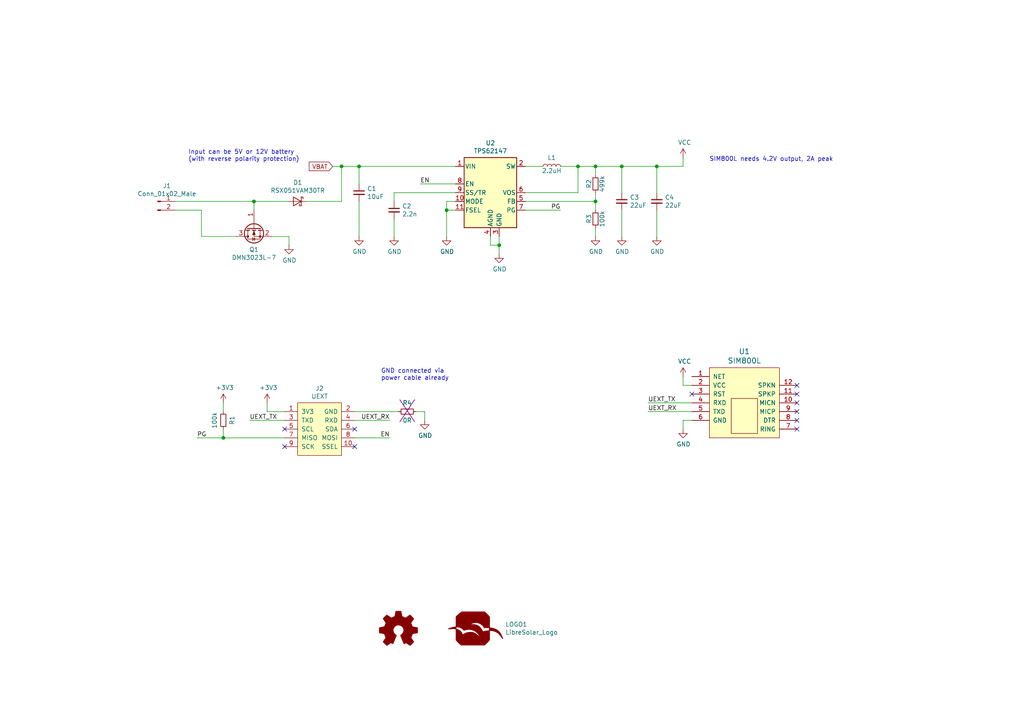
<source format=kicad_sch>
(kicad_sch (version 20230121) (generator eeschema)
  (paper "A4")
  (title_block (title "SIM800L to UEXT Adapter") (date "2018-10-24") (rev "0.1") (company "Connected Energy Ltd.") (comment 1 "Author: Jordan Silverman, Martin Jäger"))
  (lib_symbols
    (symbol "Device:Q_NMOS_GSD" (pin_names (offset 0) hide)
      (property "Reference" "Q" (at 5.08 1.27 0))
      (property "Value" "Q_NMOS_GSD" (at 5.08 -1.27 0))
      (symbol "Q_NMOS_GSD_1_1"
        (pin input line (at -5.08 0 0) (length 2.54) (name "G") (number "1"))
        (pin passive line (at 2.54 -5.08 90) (length 2.54) (name "S") (number "2"))
        (pin passive line (at 2.54 5.08 270) (length 2.54) (name "D") (number "3"))
      )
    )
    (symbol "Graphic:Logo_Open_Hardware_Small" (in_bom no) (on_board no))
    (symbol "Project:SIM800L" (pin_names (offset 1.016))
      (property "Reference" "U" (at 0 -11.43 0))
      (property "Value" "SIM800L" (at 0 11.43 0))
      (symbol "SIM800L_1_1"
        (pin input line (at -15.24 7.62 0) (length 5.08) (name "NET") (number "1"))
        (pin input line (at 15.24 0 180) (length 5.08) (name "MICN") (number "10"))
        (pin input line (at 15.24 2.54 180) (length 5.08) (name "SPKP") (number "11"))
        (pin input line (at 15.24 5.08 180) (length 5.08) (name "SPKN") (number "12"))
        (pin power_in line (at -15.24 5.08 0) (length 5.08) (name "VCC") (number "2"))
        (pin input line (at -15.24 2.54 0) (length 5.08) (name "RST") (number "3"))
        (pin input line (at -15.24 0 0) (length 5.08) (name "RXD") (number "4"))
        (pin output line (at -15.24 -2.54 0) (length 5.08) (name "TXD") (number "5"))
        (pin power_out line (at -15.24 -5.08 0) (length 5.08) (name "GND") (number "6"))
        (pin input line (at 15.24 -7.62 180) (length 5.08) (name "RING") (number "7"))
        (pin input line (at 15.24 -5.08 180) (length 5.08) (name "DTR") (number "8"))
        (pin input line (at 15.24 -2.54 180) (length 5.08) (name "MICP") (number "9"))
      )
    )
    (symbol "UEXT_GSM-rescue:C-LibreSolar" (pin_numbers hide) (pin_names (offset 0.254) hide)
      (property "Reference" "C" (at 0.635 1.905 0))
      (property "Value" "LibreSolar:C" (at 0.635 -1.905 0))
      (symbol "C-LibreSolar_1_1"
        (pin passive line (at 0 2.54 270) (length 1.905) (name "~") (number "1"))
        (pin passive line (at 0 -2.54 90) (length 2.032) (name "~") (number "2"))
      )
    )
    (symbol "UEXT_GSM-rescue:Conn_01x02_Male-Connector" (pin_names (offset 1.016) hide)
      (property "Reference" "J" (at 0 2.54 0))
      (property "Value" "Connector:Conn_01x02_Male" (at 0 -5.08 0))
      (symbol "Conn_01x02_Male-Connector_1_1"
        (pin passive line (at 5.08 0 180) (length 3.81) (name "Pin_1") (number "1"))
        (pin passive line (at 5.08 -2.54 180) (length 3.81) (name "Pin_2") (number "2"))
      )
    )
    (symbol "UEXT_GSM-rescue:D_Schottky-LibreSolar" (pin_numbers hide) (pin_names (offset 0.254) hide)
      (property "Reference" "D" (at 0 2.54 0))
      (property "Value" "LibreSolar:D_Schottky" (at 0 -2.54 0))
      (symbol "D_Schottky-LibreSolar_1_1"
        (pin passive line (at -2.54 0 0) (length 1.27) (name "K") (number "1"))
        (pin passive line (at 2.54 0 180) (length 1.27) (name "A") (number "2"))
      )
    )
    (symbol "UEXT_GSM-rescue:L-LibreSolar" (pin_numbers hide) (pin_names (offset 0.254) hide)
      (property "Reference" "L" (at 0 1.778 0))
      (property "Value" "LibreSolar:L" (at 0 -1.27 0))
      (symbol "L-LibreSolar_1_1"
        (pin passive line (at -2.54 0 0) (length 0) (name "~") (number "1"))
        (pin passive line (at 2.54 0 180) (length 0) (name "~") (number "2"))
      )
    )
    (symbol "UEXT_GSM-rescue:LibreSolar_Logo-LibreSolar" (pin_numbers hide) (pin_names (offset 1.016) hide)
      (property "Reference" "LOGO" (at 0 6.985 0))
      (property "Value" "LibreSolar:LibreSolar_Logo" (at 0 -5.715 0))
    )
    (symbol "UEXT_GSM-rescue:R-LibreSolar" (pin_numbers hide) (pin_names (offset 0.254) hide)
      (property "Reference" "R" (at -1.905 0 90))
      (property "Value" "LibreSolar:R" (at 1.905 0 90))
      (symbol "R-LibreSolar_1_1"
        (pin passive line (at 0 2.54 270) (length 0.762) (name "~") (number "1"))
        (pin passive line (at 0 -2.54 90) (length 0.762) (name "~") (number "2"))
      )
    )
    (symbol "UEXT_GSM-rescue:TPS62147-LibreSolar" (pin_names (offset 0.254))
      (property "Reference" "U" (at -7.62 11.43 0))
      (property "Value" "LibreSolar:TPS62147" (at -2.54 11.43 0))
      (symbol "TPS62147-LibreSolar_1_1"
        (pin power_in line (at -10.16 7.62 0) (length 2.54) (name "VIN") (number "1"))
        (pin input line (at -10.16 -2.54 0) (length 2.54) (name "MODE") (number "10"))
        (pin input line (at -10.16 -5.08 0) (length 2.54) (name "FSEL") (number "11"))
        (pin output line (at 10.16 7.62 180) (length 2.54) (name "SW") (number "2"))
        (pin power_in line (at 2.54 -12.7 90) (length 2.54) (name "GND") (number "3"))
        (pin power_in line (at 0 -12.7 90) (length 2.54) (name "AGND") (number "4"))
        (pin input line (at 10.16 -2.54 180) (length 2.54) (name "FB") (number "5"))
        (pin input line (at 10.16 0 180) (length 2.54) (name "VOS") (number "6"))
        (pin open_collector line (at 10.16 -5.08 180) (length 2.54) (name "PG") (number "7"))
        (pin input line (at -10.16 2.54 0) (length 2.54) (name "EN") (number "8"))
        (pin input line (at -10.16 0 0) (length 2.54) (name "SS/TR") (number "9"))
      )
    )
    (symbol "UEXT_GSM-rescue:UEXT-LibreSolar" (pin_names (offset 1.016))
      (property "Reference" "J" (at -6.35 8.89 0))
      (property "Value" "LibreSolar:UEXT" (at 6.35 8.89 0))
      (symbol "UEXT-LibreSolar_0_0"
        (pin passive line (at 10.16 2.54 180) (length 3.81) (name "RXD") (number "4"))
      )
      (symbol "UEXT-LibreSolar_1_1"
        (pin passive line (at -10.16 5.08 0) (length 3.81) (name "3V3") (number "1"))
        (pin passive line (at 10.16 -5.08 180) (length 3.81) (name "SSEL") (number "10"))
        (pin passive line (at 10.16 5.08 180) (length 3.81) (name "GND") (number "2"))
        (pin passive line (at -10.16 2.54 0) (length 3.81) (name "TXD") (number "3"))
        (pin passive line (at -10.16 0 0) (length 3.81) (name "SCL") (number "5"))
        (pin passive line (at 10.16 0 180) (length 3.81) (name "SDA") (number "6"))
        (pin passive line (at -10.16 -2.54 0) (length 3.81) (name "MISO") (number "7"))
        (pin passive line (at 10.16 -2.54 180) (length 3.81) (name "MOSI") (number "8"))
        (pin passive line (at -10.16 -5.08 0) (length 3.81) (name "SCK") (number "9"))
      )
    )
    (symbol "power:+3V3" (power) (pin_names (offset 0))
      (property "Value" "+3V3" (at 0 3.556 0))
      (symbol "+3V3_1_1"
        (pin power_in line (at 0 0 90) (length 0) hide (name "+3V3") (number "1"))
      )
    )
    (symbol "power:GND" (power) (pin_names (offset 0))
      (property "Value" "GND" (at 0 -3.81 0))
      (symbol "GND_1_1"
        (pin power_in line (at 0 0 270) (length 0) hide (name "GND") (number "1"))
      )
    )
    (symbol "power:VCC" (power) (pin_names (offset 0))
      (property "Value" "VCC" (at 0 3.81 0))
      (symbol "VCC_1_1"
        (pin power_in line (at 0 0 90) (length 0) hide (name "VCC") (number "1"))
      )
    )
  )
  (junction (at 172.72 48.26))
  (junction (at 172.72 58.42))
  (junction (at 167.64 48.26))
  (junction (at 99.06 48.26))
  (junction (at 64.77 127))
  (junction (at 73.66 58.42))
  (junction (at 190.5 48.26))
  (junction (at 180.34 48.26))
  (junction (at 144.78 71.12))
  (junction (at 129.54 60.96))
  (junction (at 104.14 48.26))
  (no_connect (at 82.55 124.46))
  (no_connect (at 102.87 124.46))
  (no_connect (at 231.14 114.3))
  (no_connect (at 200.66 114.3))
  (no_connect (at 231.14 111.76))
  (no_connect (at 82.55 129.54))
  (no_connect (at 231.14 119.38))
  (no_connect (at 102.87 129.54))
  (no_connect (at 231.14 116.84))
  (no_connect (at 231.14 124.46))
  (no_connect (at 231.14 121.92))
  (wire (pts (xy 58.42 68.58) (xy 58.42 60.96)))
  (wire (pts (xy 167.64 48.26) (xy 172.72 48.26)))
  (wire (pts (xy 172.72 55.88) (xy 172.72 58.42)))
  (wire (pts (xy 73.66 58.42) (xy 83.82 58.42)))
  (wire (pts (xy 83.82 68.58) (xy 78.74 68.58)))
  (wire (pts (xy 152.4 60.96) (xy 162.56 60.96)))
  (wire (pts (xy 77.47 119.38) (xy 77.47 116.84)))
  (wire (pts (xy 190.5 48.26) (xy 198.12 48.26)))
  (wire (pts (xy 180.34 60.96) (xy 180.34 68.58)))
  (wire (pts (xy 152.4 48.26) (xy 157.48 48.26)))
  (wire (pts (xy 99.06 58.42) (xy 99.06 48.26)))
  (wire (pts (xy 152.4 55.88) (xy 167.64 55.88)))
  (wire (pts (xy 104.14 48.26) (xy 104.14 53.34)))
  (wire (pts (xy 83.82 71.12) (xy 83.82 68.58)))
  (wire (pts (xy 200.66 111.76) (xy 198.12 111.76)))
  (wire (pts (xy 200.66 121.92) (xy 198.12 121.92)))
  (wire (pts (xy 73.66 58.42) (xy 73.66 60.96)))
  (wire (pts (xy 132.08 48.26) (xy 104.14 48.26)))
  (wire (pts (xy 114.3 55.88) (xy 114.3 58.42)))
  (wire (pts (xy 190.5 60.96) (xy 190.5 68.58)))
  (wire (pts (xy 64.77 124.46) (xy 64.77 127)))
  (wire (pts (xy 144.78 71.12) (xy 144.78 73.66)))
  (wire (pts (xy 132.08 53.34) (xy 121.92 53.34)))
  (wire (pts (xy 104.14 48.26) (xy 99.06 48.26)))
  (wire (pts (xy 123.19 119.38) (xy 123.19 121.92)))
  (wire (pts (xy 172.72 66.04) (xy 172.72 68.58)))
  (wire (pts (xy 102.87 121.92) (xy 113.03 121.92)))
  (wire (pts (xy 132.08 58.42) (xy 129.54 58.42)))
  (wire (pts (xy 200.66 116.84) (xy 187.96 116.84)))
  (wire (pts (xy 102.87 127) (xy 113.03 127)))
  (wire (pts (xy 172.72 48.26) (xy 172.72 50.8)))
  (wire (pts (xy 172.72 48.26) (xy 180.34 48.26)))
  (wire (pts (xy 64.77 127) (xy 57.15 127)))
  (wire (pts (xy 144.78 71.12) (xy 144.78 68.58)))
  (wire (pts (xy 167.64 55.88) (xy 167.64 48.26)))
  (wire (pts (xy 172.72 58.42) (xy 172.72 60.96)))
  (wire (pts (xy 180.34 48.26) (xy 180.34 55.88)))
  (wire (pts (xy 88.9 58.42) (xy 99.06 58.42)))
  (wire (pts (xy 82.55 127) (xy 64.77 127)))
  (wire (pts (xy 142.24 71.12) (xy 144.78 71.12)))
  (wire (pts (xy 152.4 58.42) (xy 172.72 58.42)))
  (wire (pts (xy 132.08 60.96) (xy 129.54 60.96)))
  (wire (pts (xy 114.3 63.5) (xy 114.3 68.58)))
  (wire (pts (xy 50.8 58.42) (xy 73.66 58.42)))
  (wire (pts (xy 64.77 116.84) (xy 64.77 119.38)))
  (wire (pts (xy 198.12 111.76) (xy 198.12 109.22)))
  (wire (pts (xy 129.54 60.96) (xy 129.54 68.58)))
  (wire (pts (xy 99.06 48.26) (xy 96.52 48.26)))
  (wire (pts (xy 198.12 121.92) (xy 198.12 124.46)))
  (wire (pts (xy 142.24 68.58) (xy 142.24 71.12)))
  (wire (pts (xy 180.34 48.26) (xy 190.5 48.26)))
  (wire (pts (xy 82.55 121.92) (xy 72.39 121.92)))
  (wire (pts (xy 129.54 58.42) (xy 129.54 60.96)))
  (wire (pts (xy 82.55 119.38) (xy 77.47 119.38)))
  (wire (pts (xy 132.08 55.88) (xy 114.3 55.88)))
  (wire (pts (xy 200.66 119.38) (xy 187.96 119.38)))
  (wire (pts (xy 68.58 68.58) (xy 58.42 68.58)))
  (wire (pts (xy 198.12 48.26) (xy 198.12 45.72)))
  (wire (pts (xy 162.56 48.26) (xy 167.64 48.26)))
  (wire (pts (xy 120.65 119.38) (xy 123.19 119.38)))
  (wire (pts (xy 104.14 58.42) (xy 104.14 68.58)))
  (wire (pts (xy 190.5 48.26) (xy 190.5 55.88)))
  (wire (pts (xy 58.42 60.96) (xy 50.8 60.96)))
  (wire (pts (xy 115.57 119.38) (xy 102.87 119.38)))
  (text "GND connected via \npower cable already" (at 110.49 110.49 0) (effects (font (size 1.27 1.27)) (justify left bottom)))
  (text "Input can be 5V or 12V battery\n(with reverse polarity protection)" (at 54.61 46.99 0) (effects (font (size 1.27 1.27)) (justify left bottom)))
  (text "SIM800L needs 4.2V output, 2A peak" (at 205.74 46.99 0) (effects (font (size 1.27 1.27)) (justify left bottom)))
  (label "EN" (at 113.03 127 180))
  (label "PG" (at 57.15 127 0))
  (label "UEXT_RX" (at 113.03 121.92 180))
  (label "UEXT_TX" (at 72.39 121.92 0))
  (label "PG" (at 162.56 60.96 180))
  (label "UEXT_TX" (at 187.96 116.84 0))
  (label "EN" (at 121.92 53.34 0))
  (label "UEXT_RX" (at 187.96 119.38 0))
  (global_label "VBAT" (shape input) (at 96.52 48.26 180) (property "Intersheetrefs" "${INTERSHEET_REFS}" (effects hide)))
  (symbol (lib_id "UEXT_GSM-rescue:UEXT-LibreSolar") (at 92.71 124.46 0) (unit 1)
    (property "Reference" "J2" (at 92.71 112.649 0))
    (property "Value" "UEXT" (at 92.71 114.9604 0))
    (property "Footprint" "Connector_PinSocket_2.54mm:PinSocket_2x05_P2.54mm_Vertical" (effects hide))
    (property "Datasheet" "http://wppro.com/content/de/produkte/buchsenleisten/raster-2_54mm/product/157b.pdf" (effects hide))
    (property "Manufacturer" "W+P" (effects hide))
    (property "PartNumber" "157B-05-2-00" (effects hide))
  )
  (symbol (lib_id "UEXT_GSM-rescue:C-LibreSolar") (at 180.34 58.42 0) (unit 1)
    (property "Reference" "C3" (at 182.6768 57.2516 0) (effects (justify left)))
    (property "Value" "22uF" (at 182.6768 59.563 0) (effects (justify left)))
    (property "Footprint" "LibreSolar:C_0805_2012" (effects hide))
    (property "Manufacturer" "Tayo Yuden" (effects hide))
    (property "PartNumber" "LMK212BBJ226MG-T" (effects hide))
    (property "Remarks" "minimum 10V, X5R" (effects hide))
  )
  (symbol (lib_id "UEXT_GSM-rescue:C-LibreSolar") (at 114.3 60.96 0) (unit 1)
    (property "Reference" "C2" (at 116.6368 59.7916 0) (effects (justify left)))
    (property "Value" "2.2n" (at 116.6368 62.103 0) (effects (justify left)))
    (property "Footprint" "LibreSolar:C_0603_1608" (effects hide))
    (property "Manufacturer" "Würth" (effects hide))
    (property "PartNumber" "885012206085" (effects hide))
    (property "Remarks" "minimum 10V, X5R" (effects hide))
  )
  (symbol (lib_id "power:GND") (at 198.12 124.46 0) (unit 1)
    (property "Reference" "#PWR04" (effects hide))
    (property "Value" "GND" (at 198.247 128.8542 0))
  )
  (symbol (lib_id "power:+3V3") (at 77.47 116.84 0) (unit 1)
    (property "Reference" "#PWR08" (effects hide))
    (property "Value" "+3V3" (at 77.851 112.4458 0))
  )
  (symbol (lib_id "power:GND") (at 180.34 68.58 0) (unit 1)
    (property "Reference" "#PWR03" (effects hide))
    (property "Value" "GND" (at 180.467 72.9742 0))
  )
  (symbol (lib_id "Project:SIM800L") (at 215.9 116.84 0) (unit 1)
    (property "Reference" "U1" (at 215.9 101.9302 0) (effects (font (size 1.524 1.524))))
    (property "Value" "SIM800L" (at 215.9 104.6226 0) (effects (font (size 1.524 1.524))))
    (property "Footprint" "LibreSolar:Sim800L" (effects hide))
  )
  (symbol (lib_id "power:VCC") (at 198.12 109.22 0) (unit 1)
    (property "Reference" "#PWR0101" (effects hide))
    (property "Value" "VCC" (at 198.5518 104.8258 0))
  )
  (symbol (lib_id "UEXT_GSM-rescue:TPS62147-LibreSolar") (at 142.24 55.88 0) (unit 1)
    (property "Reference" "U2" (at 142.24 41.4782 0))
    (property "Value" "TPS62147" (at 142.24 43.7896 0))
    (property "Footprint" "LibreSolar:VQFN_RGX0011A" (effects hide))
    (property "Manufacturer" "Texas Instruments" (effects hide))
    (property "PartNumber" "TPS62147RGXR" (effects hide))
  )
  (symbol (lib_id "UEXT_GSM-rescue:L-LibreSolar") (at 160.02 48.26 0) (unit 1)
    (property "Reference" "L1" (at 160.02 45.72 0))
    (property "Value" "2.2uH" (at 160.02 49.53 0))
    (property "Footprint" "Inductor_SMD:L_Coilcraft_XxL4020" (effects hide))
    (property "Manufacturer" "Coilcraft" (effects hide))
    (property "PartNumber" "XFL4020-222" (effects hide))
  )
  (symbol (lib_id "UEXT_GSM-rescue:R-LibreSolar") (at 64.77 121.92 180) (unit 1)
    (property "Reference" "R1" (at 67.31 121.92 90))
    (property "Value" "100k" (at 62.23 121.92 90))
    (property "Footprint" "LibreSolar:R_0603_1608" (effects hide))
    (property "Manufacturer" "Yageo" (effects hide))
    (property "PartNumber" "RC0603FR-07100KL" (effects hide))
  )
  (symbol (lib_id "UEXT_GSM-rescue:R-LibreSolar") (at 172.72 53.34 0) (unit 1)
    (property "Reference" "R2" (at 170.815 53.34 90))
    (property "Value" "499k" (at 174.625 53.34 90))
    (property "Footprint" "LibreSolar:R_0603_1608" (effects hide))
    (property "Manufacturer" "Yageo" (effects hide))
    (property "PartNumber" "RC0603FR-07499KL" (effects hide))
  )
  (symbol (lib_id "UEXT_GSM-rescue:R-LibreSolar") (at 172.72 63.5 0) (unit 1)
    (property "Reference" "R3" (at 170.815 63.5 90))
    (property "Value" "100k" (at 174.625 63.5 90))
    (property "Footprint" "LibreSolar:R_0603_1608" (effects hide))
    (property "Manufacturer" "Yageo" (effects hide))
    (property "PartNumber" "RC0603FR-07100KL" (effects hide))
  )
  (symbol (lib_id "UEXT_GSM-rescue:C-LibreSolar") (at 190.5 58.42 0) (unit 1)
    (property "Reference" "C4" (at 192.8368 57.2516 0) (effects (justify left)))
    (property "Value" "22uF" (at 192.8368 59.563 0) (effects (justify left)))
    (property "Footprint" "LibreSolar:C_0805_2012" (effects hide))
    (property "Manufacturer" "Tayo Yuden" (effects hide))
    (property "PartNumber" "LMK212BBJ226MG-T" (effects hide))
    (property "Remarks" "minimum 10V, X5R" (effects hide))
  )
  (symbol (lib_id "power:GND") (at 190.5 68.58 0) (unit 1)
    (property "Reference" "#PWR0102" (effects hide))
    (property "Value" "GND" (at 190.627 72.9742 0))
  )
  (symbol (lib_id "power:GND") (at 172.72 68.58 0) (unit 1)
    (property "Reference" "#PWR0103" (effects hide))
    (property "Value" "GND" (at 172.847 72.9742 0))
  )
  (symbol (lib_id "Device:Q_NMOS_GSD") (at 73.66 66.04 90) (mirror x) (unit 1)
    (property "Reference" "Q1" (at 73.66 72.39 90))
    (property "Value" "DMN3023L-7" (at 73.66 74.7014 90))
    (property "Footprint" "LibreSolar:SOT-23" (effects hide))
    (property "Manufacturer" "Diodes Incorporated" (effects hide))
    (property "PartNumber" "DMN3023L-7" (effects hide))
  )
  (symbol (lib_id "UEXT_GSM-rescue:C-LibreSolar") (at 104.14 55.88 0) (unit 1)
    (property "Reference" "C1" (at 106.4768 54.7116 0) (effects (justify left)))
    (property "Value" "10uF" (at 106.4768 57.023 0) (effects (justify left)))
    (property "Footprint" "LibreSolar:C_0805_2012" (effects hide))
    (property "Manufacturer" "Murata" (effects hide))
    (property "PartNumber" "GRM21BC71E106KE11L" (effects hide))
    (property "Remarks" "Alternative: TDK C2012X5R1E106K085AC" (effects hide))
  )
  (symbol (lib_id "power:GND") (at 104.14 68.58 0) (unit 1)
    (property "Reference" "#PWR0104" (effects hide))
    (property "Value" "GND" (at 104.267 72.9742 0))
  )
  (symbol (lib_id "power:GND") (at 114.3 68.58 0) (unit 1)
    (property "Reference" "#PWR0105" (effects hide))
    (property "Value" "GND" (at 114.427 72.9742 0))
  )
  (symbol (lib_id "power:GND") (at 129.54 68.58 0) (unit 1)
    (property "Reference" "#PWR0106" (effects hide))
    (property "Value" "GND" (at 129.667 72.9742 0))
  )
  (symbol (lib_id "power:GND") (at 144.78 73.66 0) (unit 1)
    (property "Reference" "#PWR0107" (effects hide))
    (property "Value" "GND" (at 144.907 78.0542 0))
  )
  (symbol (lib_id "power:VCC") (at 198.12 45.72 0) (unit 1)
    (property "Reference" "#PWR0108" (effects hide))
    (property "Value" "VCC" (at 198.5518 41.3258 0))
  )
  (symbol (lib_id "UEXT_GSM-rescue:Conn_01x02_Male-Connector") (at 45.72 58.42 0) (unit 1)
    (property "Reference" "J1" (at 48.4124 53.8988 0))
    (property "Value" "Conn_01x02_Male" (at 48.4124 56.2102 0))
    (property "Footprint" "Connector_JST:JST_XH_B02B-XH-A_1x02_P2.50mm_Vertical" (effects hide))
    (property "DNP" "X" (effects hide))
  )
  (symbol (lib_id "power:GND") (at 83.82 71.12 0) (unit 1)
    (property "Reference" "#PWR0109" (effects hide))
    (property "Value" "GND" (at 83.947 75.5142 0))
  )
  (symbol (lib_id "UEXT_GSM-rescue:D_Schottky-LibreSolar") (at 86.36 58.42 180) (unit 1)
    (property "Reference" "D1" (at 86.36 52.9336 0))
    (property "Value" "RSX051VAM30TR" (at 86.36 55.245 0))
    (property "Footprint" "Diode_SMD:D_TUMD2" (effects hide))
    (property "Manufacturer" "ROHM" (effects hide))
    (property "PartNumber" "RSX051VAM30TR" (effects hide))
  )
  (symbol (lib_id "power:+3V3") (at 64.77 116.84 0) (unit 1)
    (property "Reference" "#PWR0110" (effects hide))
    (property "Value" "+3V3" (at 65.151 112.4458 0))
  )
  (symbol (lib_id "UEXT_GSM-rescue:LibreSolar_Logo-LibreSolar") (at 137.16 182.88 0) (unit 1)
    (property "Reference" "LOGO1" (at 146.558 181.102 0) (effects (justify left)))
    (property "Value" "LibreSolar_Logo" (at 146.558 183.4134 0) (effects (justify left)))
    (property "Footprint" "LibreSolar:LIBRESOLAR_LOGO" (effects hide))
    (property "DNP" "X" (effects hide))
  )
  (symbol (lib_id "Graphic:Logo_Open_Hardware_Small") (at 115.57 182.88 0) (unit 1)
    (property "Reference" "#LOGO1" (effects hide))
    (property "Value" "Logo_Open_Hardware_Small" (effects hide))
    (property "Footprint" "Symbol:OSHW-Logo_5.7x6mm_SilkScreen" (effects hide))
  )
  (symbol (lib_id "UEXT_GSM-rescue:R-LibreSolar") (at 118.11 119.38 90) (mirror x) (unit 1)
    (property "Reference" "R4" (at 118.11 116.84 90))
    (property "Value" "0R" (at 118.11 121.92 90))
    (property "Footprint" "LibreSolar:R_0603_1608" (effects hide))
    (property "DNP" "X" (at 118.11 119.38 90) (effects (font (size 6.35 6.35))))
  )
  (symbol (lib_id "power:GND") (at 123.19 121.92 0) (unit 1)
    (property "Reference" "#PWR01" (effects hide))
    (property "Value" "GND" (at 123.317 126.3142 0))
  )
)
</source>
